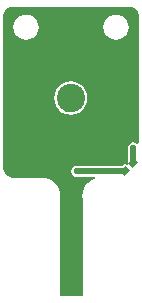
<source format=gtl>
G04 Layer_Physical_Order=1*
G04 Layer_Color=255*
%FSLAX25Y25*%
%MOIN*%
G70*
G01*
G75*
%ADD10C,0.03937*%
%ADD11C,0.03150*%
%ADD12C,0.09449*%
G04:AMPARAMS|DCode=13|XSize=19.69mil|YSize=23.62mil|CornerRadius=0mil|HoleSize=0mil|Usage=FLASHONLY|Rotation=135.000|XOffset=0mil|YOffset=0mil|HoleType=Round|Shape=Rectangle|*
%AMROTATEDRECTD13*
4,1,4,0.01531,0.00139,-0.00139,-0.01531,-0.01531,-0.00139,0.00139,0.01531,0.01531,0.00139,0.0*
%
%ADD13ROTATEDRECTD13*%

%ADD14C,0.02000*%
%ADD15C,0.02200*%
G36*
X23384Y97387D02*
X23384D01*
X24125Y97290D01*
X24815Y97004D01*
X25407Y96549D01*
X25862Y95956D01*
X26148Y95266D01*
X26245Y94526D01*
X26250D01*
Y51960D01*
X25791Y51654D01*
X25196Y52051D01*
X24494Y52191D01*
X23791Y52051D01*
X23196Y51654D01*
X22798Y51058D01*
X22658Y50356D01*
Y45356D01*
X22721Y45039D01*
X22280Y44803D01*
X21849Y45235D01*
X21022Y44407D01*
X5901D01*
X5750Y44437D01*
X5009Y44290D01*
X4380Y43870D01*
X3960Y43241D01*
X3813Y42500D01*
X3960Y41759D01*
X4380Y41130D01*
X5009Y40710D01*
X5750Y40563D01*
X6491Y40710D01*
X6531Y40737D01*
X11528D01*
X11602Y40242D01*
X11264Y40140D01*
X10199Y39570D01*
X9265Y38804D01*
X8499Y37870D01*
X7929Y36805D01*
X7578Y35649D01*
X7460Y34447D01*
X7578Y33245D01*
X7591Y33205D01*
Y1181D01*
X7568D01*
X7542Y1119D01*
X7480Y1093D01*
Y1071D01*
X0D01*
Y1093D01*
X-62Y1119D01*
X-88Y1181D01*
X-111D01*
X-111Y1182D01*
Y33191D01*
X-109Y33198D01*
X10Y34406D01*
X-109Y35614D01*
X-461Y36776D01*
X-1034Y37847D01*
X-1804Y38785D01*
X-2742Y39555D01*
X-3813Y40128D01*
X-4896Y40457D01*
X-4901Y40435D01*
X-5120Y40478D01*
X-15986D01*
Y40483D01*
X-16727Y40581D01*
X-17417Y40867D01*
X-18010Y41321D01*
X-18464Y41914D01*
X-18750Y42604D01*
X-18848Y43345D01*
Y43345D01*
X-18853D01*
Y94526D01*
X-18848D01*
X-18750Y95266D01*
X-18464Y95956D01*
X-18010Y96549D01*
X-17417Y97004D01*
X-16727Y97290D01*
X-15986Y97387D01*
Y97392D01*
X23384D01*
Y97387D01*
D02*
G37*
%LPC*%
G36*
X8314Y61724D02*
X7611Y61584D01*
X7016Y61186D01*
X6279Y60449D01*
X5881Y59854D01*
X5742Y59151D01*
X5881Y58449D01*
X6279Y57854D01*
X6874Y57456D01*
X7577Y57316D01*
X8279Y57456D01*
X8874Y57854D01*
X9612Y58591D01*
X10009Y59186D01*
X10149Y59888D01*
X10009Y60591D01*
X9612Y61186D01*
X9016Y61584D01*
X8314Y61724D01*
D02*
G37*
G36*
X3602Y72536D02*
X2159Y72346D01*
X816Y71789D01*
X-338Y70904D01*
X-1224Y69750D01*
X-1781Y68406D01*
X-1970Y66964D01*
X-1781Y65522D01*
X-1224Y64178D01*
X-338Y63024D01*
X816Y62138D01*
X1501Y61855D01*
X1772Y61673D01*
X2093Y61609D01*
X2159Y61582D01*
X2372Y61554D01*
X2514Y61525D01*
X2543Y61531D01*
X3602Y61392D01*
X5044Y61582D01*
X6388Y62138D01*
X7542Y63024D01*
X8427Y64178D01*
X8984Y65522D01*
X9174Y66964D01*
X8984Y68406D01*
X8427Y69750D01*
X7542Y70904D01*
X6388Y71789D01*
X5044Y72346D01*
X3602Y72536D01*
D02*
G37*
G36*
X18659Y94823D02*
X17564Y94678D01*
X16543Y94255D01*
X15666Y93582D01*
X14993Y92706D01*
X14570Y91685D01*
X14426Y90589D01*
X14570Y89493D01*
X14993Y88472D01*
X15666Y87595D01*
X16543Y86922D01*
X17564Y86499D01*
X18659Y86355D01*
X19755Y86499D01*
X20776Y86922D01*
X21653Y87595D01*
X22326Y88472D01*
X22749Y89493D01*
X22893Y90589D01*
X22749Y91685D01*
X22326Y92706D01*
X21653Y93582D01*
X20776Y94255D01*
X19755Y94678D01*
X18659Y94823D01*
D02*
G37*
G36*
X-11262D02*
X-12358Y94678D01*
X-13379Y94255D01*
X-14256Y93582D01*
X-14928Y92706D01*
X-15351Y91685D01*
X-15496Y90589D01*
X-15351Y89493D01*
X-14928Y88472D01*
X-14256Y87595D01*
X-13379Y86922D01*
X-12358Y86499D01*
X-11262Y86355D01*
X-10166Y86499D01*
X-9145Y86922D01*
X-8268Y87595D01*
X-7595Y88472D01*
X-7172Y89493D01*
X-7028Y90589D01*
X-7172Y91685D01*
X-7595Y92706D01*
X-8268Y93582D01*
X-9145Y94255D01*
X-10166Y94678D01*
X-11262Y94823D01*
D02*
G37*
%LPD*%
D10*
X11452Y63414D02*
D03*
X11152Y62714D02*
D03*
X12152Y65514D02*
D03*
X11852Y64414D02*
D03*
X12252Y67214D02*
D03*
X11698Y63562D02*
D03*
X12252Y66214D02*
D03*
X8314Y59888D02*
D03*
X8409Y59928D02*
D03*
X8504Y59969D02*
D03*
X8597Y60012D02*
D03*
X8690Y60056D02*
D03*
X8783Y60102D02*
D03*
X8874Y60150D02*
D03*
X8965Y60199D02*
D03*
X9054Y60250D02*
D03*
X9143Y60302D02*
D03*
X9231Y60356D02*
D03*
X9318Y60411D02*
D03*
X9404Y60468D02*
D03*
X9489Y60526D02*
D03*
X9573Y60586D02*
D03*
X9656Y60647D02*
D03*
X9737Y60710D02*
D03*
X9818Y60774D02*
D03*
X-2987Y72515D02*
D03*
X-3055Y72438D02*
D03*
X-3122Y72360D02*
D03*
X-3188Y72280D02*
D03*
X-3315Y72118D02*
D03*
X-3376Y72035D02*
D03*
X-3436Y71951D02*
D03*
X-3494Y71866D02*
D03*
X-3551Y71780D02*
D03*
X-3607Y71693D02*
D03*
X-3660Y71605D02*
D03*
X-3713Y71517D02*
D03*
X-3763Y71427D02*
D03*
X-694Y74416D02*
D03*
X-600Y74459D02*
D03*
X-506Y74500D02*
D03*
X-411Y74539D02*
D03*
X-315Y74577D02*
D03*
X10318Y61574D02*
D03*
X10398Y61640D02*
D03*
X10476Y61707D02*
D03*
X10553Y61775D02*
D03*
X8489Y59926D02*
D03*
X8573Y59986D02*
D03*
X8656Y60048D02*
D03*
X8737Y60110D02*
D03*
X8818Y60174D02*
D03*
X8898Y60240D02*
D03*
X10302Y72164D02*
D03*
X8002Y74264D02*
D03*
X7802Y74464D02*
D03*
X9118Y73453D02*
D03*
X9650Y72966D02*
D03*
X9577Y73040D02*
D03*
X9504Y73112D02*
D03*
X9429Y73183D02*
D03*
X9353Y73252D02*
D03*
X9276Y73321D02*
D03*
X9198Y73388D02*
D03*
X9037Y73518D02*
D03*
X8956Y73580D02*
D03*
X8873Y73642D02*
D03*
X8789Y73701D02*
D03*
X8704Y73760D02*
D03*
X8618Y73817D02*
D03*
X12152Y67814D02*
D03*
X10652Y72314D02*
D03*
X4552Y75514D02*
D03*
X7074Y74678D02*
D03*
X6983Y74726D02*
D03*
X6890Y74772D02*
D03*
X6797Y74816D02*
D03*
X6704Y74859D02*
D03*
X6609Y74900D02*
D03*
X6514Y74939D02*
D03*
X6418Y74977D02*
D03*
X6321Y75013D02*
D03*
X6224Y75048D02*
D03*
X5327Y75280D02*
D03*
X4405Y75368D02*
D03*
X4508Y75366D02*
D03*
X4611Y75361D02*
D03*
X4714Y75355D02*
D03*
X4816Y75347D02*
D03*
X4919Y75337D02*
D03*
X5021Y75325D02*
D03*
X5124Y75312D02*
D03*
X5225Y75297D02*
D03*
X5428Y75261D02*
D03*
X5529Y75240D02*
D03*
X5630Y75218D02*
D03*
X5730Y75194D02*
D03*
X5830Y75168D02*
D03*
X5929Y75141D02*
D03*
X6028Y75111D02*
D03*
X6126Y75080D02*
D03*
X4095Y75366D02*
D03*
X4199Y75368D02*
D03*
X4302Y75369D02*
D03*
D03*
X12052Y68514D02*
D03*
X3152Y75619D02*
D03*
D03*
X3049Y75618D02*
D03*
X2946Y75616D02*
D03*
X2843Y75611D02*
D03*
X2740Y75605D02*
D03*
X2637Y75597D02*
D03*
X2534Y75587D02*
D03*
X2432Y75575D02*
D03*
X2330Y75562D02*
D03*
X2228Y75547D02*
D03*
X2126Y75530D02*
D03*
X2025Y75511D02*
D03*
X1924Y75490D02*
D03*
X1823Y75468D02*
D03*
X1723Y75444D02*
D03*
X1623Y75418D02*
D03*
X1524Y75391D02*
D03*
X1425Y75361D02*
D03*
X1327Y75330D02*
D03*
X1229Y75298D02*
D03*
X1132Y75263D02*
D03*
X1035Y75227D02*
D03*
X939Y75189D02*
D03*
X844Y75150D02*
D03*
X750Y75109D02*
D03*
X656Y75066D02*
D03*
X563Y75022D02*
D03*
X471Y74976D02*
D03*
X379Y74928D02*
D03*
X289Y74879D02*
D03*
X199Y74828D02*
D03*
X110Y74776D02*
D03*
X22Y74722D02*
D03*
X-65Y74667D02*
D03*
X-151Y74610D02*
D03*
X-236Y74551D02*
D03*
X-320Y74492D02*
D03*
X-402Y74430D02*
D03*
X-2284Y73168D02*
D03*
X-2365Y73103D02*
D03*
X-2444Y73038D02*
D03*
X-2523Y72971D02*
D03*
X-2600Y72903D02*
D03*
X-2676Y72833D02*
D03*
X-2751Y72762D02*
D03*
X-2824Y72690D02*
D03*
X-2896Y72616D02*
D03*
X-2967Y72541D02*
D03*
X-3037Y72465D02*
D03*
X-3105Y72388D02*
D03*
X-3172Y72310D02*
D03*
X-3238Y72230D02*
D03*
X-3302Y72150D02*
D03*
X-3365Y72068D02*
D03*
X-3426Y71985D02*
D03*
X-3486Y71901D02*
D03*
X-3544Y71816D02*
D03*
X-3601Y71730D02*
D03*
X-3657Y71643D02*
D03*
X-3710Y71556D02*
D03*
X-3763Y71467D02*
D03*
X-3813Y71377D02*
D03*
X-3863Y71286D02*
D03*
X-3910Y71195D02*
D03*
X-3956Y71103D02*
D03*
X-4001Y71010D02*
D03*
X-4043Y70916D02*
D03*
X-4084Y70821D02*
D03*
X-4124Y70726D02*
D03*
X-4162Y70630D02*
D03*
X-4198Y70534D02*
D03*
X-4232Y70437D02*
D03*
X-4265Y70339D02*
D03*
X-4796Y68840D02*
D03*
X-4825Y68742D02*
D03*
X-4853Y68642D02*
D03*
X-4879Y68543D02*
D03*
X-4902Y68442D02*
D03*
X-4925Y68342D02*
D03*
X-4945Y68241D02*
D03*
X-4964Y68139D02*
D03*
X-4981Y68038D02*
D03*
X-4996Y67936D02*
D03*
X-5010Y67834D02*
D03*
X-5021Y67731D02*
D03*
X-5031Y67629D02*
D03*
X-5040Y67526D02*
D03*
X-5046Y67423D02*
D03*
X-5050Y67320D02*
D03*
X-5053Y67217D02*
D03*
X-5054Y67114D02*
D03*
X-5053Y67011D02*
D03*
X-5050Y66908D02*
D03*
X-5046Y66805D02*
D03*
X-5040Y66702D02*
D03*
X-5031Y66599D02*
D03*
X-5022Y66497D02*
D03*
X-5010Y66394D02*
D03*
X-4996Y66292D02*
D03*
X-4981Y66190D02*
D03*
X-4964Y66088D02*
D03*
X-4945Y65987D02*
D03*
X-4925Y65886D02*
D03*
X-4902Y65785D02*
D03*
X-4879Y65685D02*
D03*
X-4853Y65585D02*
D03*
X-4825Y65486D02*
D03*
X-4796Y65387D02*
D03*
X-4765Y65289D02*
D03*
X-4732Y65191D02*
D03*
X-4698Y65094D02*
D03*
X-4662Y64998D02*
D03*
X-4624Y64902D02*
D03*
X-3884Y62806D02*
D03*
X-3843Y62712D02*
D03*
X-3801Y62618D02*
D03*
X-3756Y62525D02*
D03*
X-3710Y62433D02*
D03*
X-3663Y62341D02*
D03*
X-3613Y62251D02*
D03*
X-3563Y62161D02*
D03*
X-3510Y62072D02*
D03*
X-3457Y61984D02*
D03*
X-3401Y61898D02*
D03*
X-3344Y61812D02*
D03*
X-3286Y61727D02*
D03*
X-3226Y61643D02*
D03*
X-3165Y61560D02*
D03*
X-3102Y61478D02*
D03*
X-3038Y61397D02*
D03*
X-2972Y61318D02*
D03*
X-2905Y61240D02*
D03*
X-2837Y61162D02*
D03*
X-2767Y61086D02*
D03*
X-2696Y61012D02*
D03*
X-2624Y60938D02*
D03*
X-2551Y60866D02*
D03*
X-2476Y60795D02*
D03*
X-2400Y60725D02*
D03*
X-2323Y60657D02*
D03*
X-2244Y60590D02*
D03*
X-2165Y60524D02*
D03*
X-2084Y60460D02*
D03*
X-2002Y60398D02*
D03*
X-1920Y60336D02*
D03*
X-1836Y60276D02*
D03*
X-1751Y60218D02*
D03*
X-1665Y60161D02*
D03*
X-1578Y60106D02*
D03*
X-1490Y60052D02*
D03*
X-1401Y60000D02*
D03*
X-1311Y59949D02*
D03*
X-1221Y59900D02*
D03*
X552Y58814D02*
D03*
X-648Y59414D02*
D03*
X2752Y58314D02*
D03*
X-48Y59214D02*
D03*
X2152Y58414D02*
D03*
X1052Y58714D02*
D03*
X-4448Y64014D02*
D03*
X1652Y58514D02*
D03*
X-1348Y74014D02*
D03*
X3722Y58483D02*
D03*
X3824Y58468D02*
D03*
X3926Y58454D02*
D03*
X4028Y58443D02*
D03*
X4131Y58433D02*
D03*
X4233Y58425D02*
D03*
X4336Y58418D02*
D03*
X4439Y58414D02*
D03*
X4542Y58411D02*
D03*
X4645Y58410D02*
D03*
X4749Y58411D02*
D03*
X4852Y58414D02*
D03*
X4955Y58418D02*
D03*
X5057Y58425D02*
D03*
X5160Y58433D02*
D03*
X5263Y58443D02*
D03*
X5365Y58454D02*
D03*
X5467Y58468D02*
D03*
X5569Y58483D02*
D03*
X5671Y58500D02*
D03*
X5772Y58519D02*
D03*
X5873Y58539D02*
D03*
X5974Y58562D02*
D03*
X6074Y58586D02*
D03*
X6174Y58612D02*
D03*
X6273Y58639D02*
D03*
X6372Y58668D02*
D03*
X6470Y58699D02*
D03*
X6568Y58732D02*
D03*
X6665Y58766D02*
D03*
X6762Y58802D02*
D03*
X6858Y58840D02*
D03*
X6953Y58880D02*
D03*
X7047Y58921D02*
D03*
X7141Y58964D02*
D03*
X7234Y59008D02*
D03*
X7327Y59054D02*
D03*
X7418Y59101D02*
D03*
X7508Y59151D02*
D03*
X7598Y59202D02*
D03*
X7687Y59254D02*
D03*
X7775Y59308D02*
D03*
X7862Y59363D02*
D03*
X7948Y59420D02*
D03*
X8033Y59478D02*
D03*
X8117Y59538D02*
D03*
X8200Y59599D02*
D03*
X8281Y59662D02*
D03*
X8362Y59726D02*
D03*
X8442Y59792D02*
D03*
X8520Y59859D02*
D03*
X11949Y69241D02*
D03*
X11928Y69342D02*
D03*
X11906Y69442D02*
D03*
X11882Y69543D02*
D03*
X11856Y69642D02*
D03*
X11828Y69742D02*
D03*
X11799Y69841D02*
D03*
X11768Y69939D02*
D03*
X11735Y70037D02*
D03*
X11701Y70134D02*
D03*
X11665Y70230D02*
D03*
X11627Y70326D02*
D03*
X11588Y70421D02*
D03*
X11547Y70516D02*
D03*
X11504Y70610D02*
D03*
X11459Y70703D02*
D03*
X11413Y70795D02*
D03*
X11366Y70886D02*
D03*
X11317Y70977D02*
D03*
X11266Y71067D02*
D03*
X11214Y71156D02*
D03*
X11160Y71243D02*
D03*
X11104Y71330D02*
D03*
X11048Y71416D02*
D03*
X10989Y71501D02*
D03*
X10929Y71585D02*
D03*
X10868Y71668D02*
D03*
X10805Y71750D02*
D03*
X10741Y71830D02*
D03*
X4177Y75530D02*
D03*
X4075Y75547D02*
D03*
X3974Y75562D02*
D03*
X3871Y75575D02*
D03*
X3769Y75587D02*
D03*
X3666Y75597D02*
D03*
X3564Y75605D02*
D03*
X3461Y75611D02*
D03*
X3358Y75616D02*
D03*
X3255Y75618D02*
D03*
D11*
X-2798Y73464D02*
D03*
X-4498Y70664D02*
D03*
X-2198Y72864D02*
D03*
X12152Y67814D02*
D03*
X10302Y71564D02*
D03*
X8302Y73764D02*
D03*
X12452Y65114D02*
D03*
X9402Y61164D02*
D03*
D12*
X3602Y66964D02*
D03*
D13*
X21710Y42572D02*
D03*
X24494Y45356D02*
D03*
D14*
Y50356D01*
X7577Y59151D02*
X8314Y59888D01*
X5822Y42572D02*
X21710D01*
D15*
X2000Y15500D02*
D03*
Y23500D02*
D03*
Y27500D02*
D03*
X2514Y63463D02*
D03*
X-15213Y76976D02*
D03*
Y73876D02*
D03*
Y70776D02*
D03*
Y61476D02*
D03*
Y64576D02*
D03*
Y67676D02*
D03*
X21787D02*
D03*
Y64576D02*
D03*
Y61476D02*
D03*
Y70776D02*
D03*
Y73876D02*
D03*
Y76976D02*
D03*
X5750Y42500D02*
D03*
X24494Y50356D02*
D03*
X2000Y50000D02*
D03*
Y19500D02*
D03*
Y31500D02*
D03*
M02*

</source>
